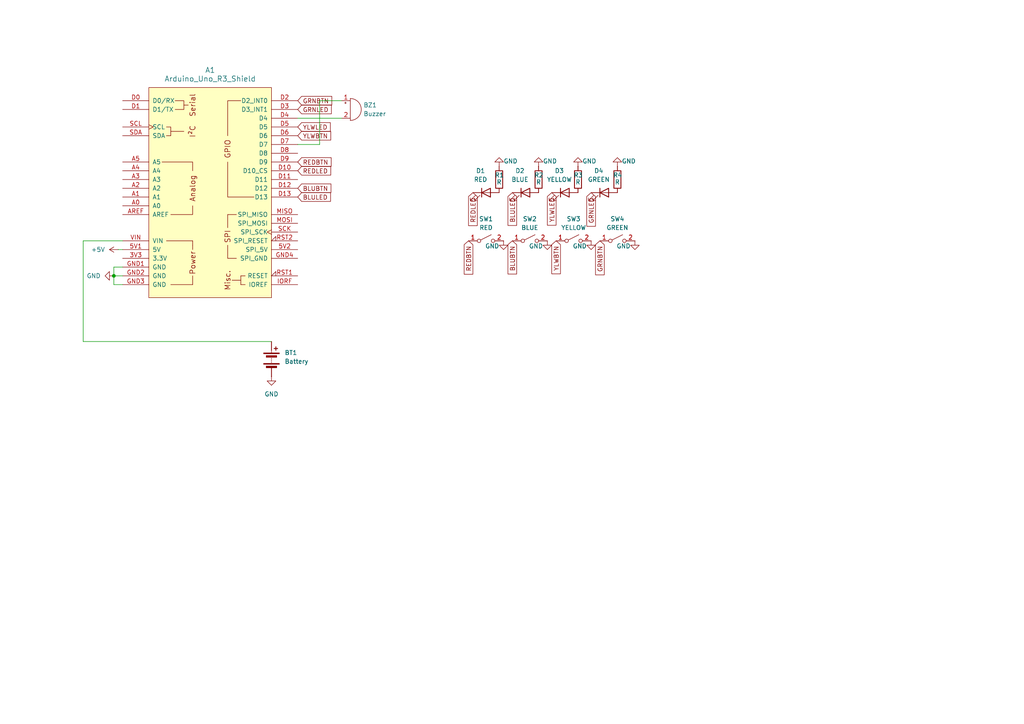
<source format=kicad_sch>
(kicad_sch
	(version 20250114)
	(generator "eeschema")
	(generator_version "9.0")
	(uuid "1a777f70-def6-456e-b06e-cd45607ccf5a")
	(paper "A4")
	(lib_symbols
		(symbol "Device:Battery"
			(pin_numbers
				(hide yes)
			)
			(pin_names
				(offset 0)
				(hide yes)
			)
			(exclude_from_sim no)
			(in_bom yes)
			(on_board yes)
			(property "Reference" "BT"
				(at 2.54 2.54 0)
				(effects
					(font
						(size 1.27 1.27)
					)
					(justify left)
				)
			)
			(property "Value" "Battery"
				(at 2.54 0 0)
				(effects
					(font
						(size 1.27 1.27)
					)
					(justify left)
				)
			)
			(property "Footprint" ""
				(at 0 1.524 90)
				(effects
					(font
						(size 1.27 1.27)
					)
					(hide yes)
				)
			)
			(property "Datasheet" "~"
				(at 0 1.524 90)
				(effects
					(font
						(size 1.27 1.27)
					)
					(hide yes)
				)
			)
			(property "Description" "Multiple-cell battery"
				(at 0 0 0)
				(effects
					(font
						(size 1.27 1.27)
					)
					(hide yes)
				)
			)
			(property "ki_keywords" "batt voltage-source cell"
				(at 0 0 0)
				(effects
					(font
						(size 1.27 1.27)
					)
					(hide yes)
				)
			)
			(symbol "Battery_0_1"
				(rectangle
					(start -2.286 1.778)
					(end 2.286 1.524)
					(stroke
						(width 0)
						(type default)
					)
					(fill
						(type outline)
					)
				)
				(rectangle
					(start -2.286 -1.27)
					(end 2.286 -1.524)
					(stroke
						(width 0)
						(type default)
					)
					(fill
						(type outline)
					)
				)
				(rectangle
					(start -1.524 1.016)
					(end 1.524 0.508)
					(stroke
						(width 0)
						(type default)
					)
					(fill
						(type outline)
					)
				)
				(rectangle
					(start -1.524 -2.032)
					(end 1.524 -2.54)
					(stroke
						(width 0)
						(type default)
					)
					(fill
						(type outline)
					)
				)
				(polyline
					(pts
						(xy 0 1.778) (xy 0 2.54)
					)
					(stroke
						(width 0)
						(type default)
					)
					(fill
						(type none)
					)
				)
				(polyline
					(pts
						(xy 0 0) (xy 0 0.254)
					)
					(stroke
						(width 0)
						(type default)
					)
					(fill
						(type none)
					)
				)
				(polyline
					(pts
						(xy 0 -0.508) (xy 0 -0.254)
					)
					(stroke
						(width 0)
						(type default)
					)
					(fill
						(type none)
					)
				)
				(polyline
					(pts
						(xy 0 -1.016) (xy 0 -0.762)
					)
					(stroke
						(width 0)
						(type default)
					)
					(fill
						(type none)
					)
				)
				(polyline
					(pts
						(xy 0.762 3.048) (xy 1.778 3.048)
					)
					(stroke
						(width 0.254)
						(type default)
					)
					(fill
						(type none)
					)
				)
				(polyline
					(pts
						(xy 1.27 3.556) (xy 1.27 2.54)
					)
					(stroke
						(width 0.254)
						(type default)
					)
					(fill
						(type none)
					)
				)
			)
			(symbol "Battery_1_1"
				(pin passive line
					(at 0 5.08 270)
					(length 2.54)
					(name "+"
						(effects
							(font
								(size 1.27 1.27)
							)
						)
					)
					(number "1"
						(effects
							(font
								(size 1.27 1.27)
							)
						)
					)
				)
				(pin passive line
					(at 0 -5.08 90)
					(length 2.54)
					(name "-"
						(effects
							(font
								(size 1.27 1.27)
							)
						)
					)
					(number "2"
						(effects
							(font
								(size 1.27 1.27)
							)
						)
					)
				)
			)
			(embedded_fonts no)
		)
		(symbol "Device:Buzzer"
			(pin_names
				(offset 0.0254)
				(hide yes)
			)
			(exclude_from_sim no)
			(in_bom yes)
			(on_board yes)
			(property "Reference" "BZ"
				(at 3.81 1.27 0)
				(effects
					(font
						(size 1.27 1.27)
					)
					(justify left)
				)
			)
			(property "Value" "Buzzer"
				(at 3.81 -1.27 0)
				(effects
					(font
						(size 1.27 1.27)
					)
					(justify left)
				)
			)
			(property "Footprint" ""
				(at -0.635 2.54 90)
				(effects
					(font
						(size 1.27 1.27)
					)
					(hide yes)
				)
			)
			(property "Datasheet" "~"
				(at -0.635 2.54 90)
				(effects
					(font
						(size 1.27 1.27)
					)
					(hide yes)
				)
			)
			(property "Description" "Buzzer, polarized"
				(at 0 0 0)
				(effects
					(font
						(size 1.27 1.27)
					)
					(hide yes)
				)
			)
			(property "ki_keywords" "quartz resonator ceramic"
				(at 0 0 0)
				(effects
					(font
						(size 1.27 1.27)
					)
					(hide yes)
				)
			)
			(property "ki_fp_filters" "*Buzzer*"
				(at 0 0 0)
				(effects
					(font
						(size 1.27 1.27)
					)
					(hide yes)
				)
			)
			(symbol "Buzzer_0_1"
				(polyline
					(pts
						(xy -1.651 1.905) (xy -1.143 1.905)
					)
					(stroke
						(width 0)
						(type default)
					)
					(fill
						(type none)
					)
				)
				(polyline
					(pts
						(xy -1.397 2.159) (xy -1.397 1.651)
					)
					(stroke
						(width 0)
						(type default)
					)
					(fill
						(type none)
					)
				)
				(arc
					(start 0 3.175)
					(mid 3.1612 0)
					(end 0 -3.175)
					(stroke
						(width 0)
						(type default)
					)
					(fill
						(type none)
					)
				)
				(polyline
					(pts
						(xy 0 3.175) (xy 0 -3.175)
					)
					(stroke
						(width 0)
						(type default)
					)
					(fill
						(type none)
					)
				)
			)
			(symbol "Buzzer_1_1"
				(pin passive line
					(at -2.54 2.54 0)
					(length 2.54)
					(name "+"
						(effects
							(font
								(size 1.27 1.27)
							)
						)
					)
					(number "1"
						(effects
							(font
								(size 1.27 1.27)
							)
						)
					)
				)
				(pin passive line
					(at -2.54 -2.54 0)
					(length 2.54)
					(name "-"
						(effects
							(font
								(size 1.27 1.27)
							)
						)
					)
					(number "2"
						(effects
							(font
								(size 1.27 1.27)
							)
						)
					)
				)
			)
			(embedded_fonts no)
		)
		(symbol "Device:LED"
			(pin_numbers
				(hide yes)
			)
			(pin_names
				(offset 1.016)
				(hide yes)
			)
			(exclude_from_sim no)
			(in_bom yes)
			(on_board yes)
			(property "Reference" "D"
				(at 0 2.54 0)
				(effects
					(font
						(size 1.27 1.27)
					)
				)
			)
			(property "Value" "LED"
				(at 0 -2.54 0)
				(effects
					(font
						(size 1.27 1.27)
					)
				)
			)
			(property "Footprint" ""
				(at 0 0 0)
				(effects
					(font
						(size 1.27 1.27)
					)
					(hide yes)
				)
			)
			(property "Datasheet" "~"
				(at 0 0 0)
				(effects
					(font
						(size 1.27 1.27)
					)
					(hide yes)
				)
			)
			(property "Description" "Light emitting diode"
				(at 0 0 0)
				(effects
					(font
						(size 1.27 1.27)
					)
					(hide yes)
				)
			)
			(property "Sim.Pins" "1=K 2=A"
				(at 0 0 0)
				(effects
					(font
						(size 1.27 1.27)
					)
					(hide yes)
				)
			)
			(property "ki_keywords" "LED diode"
				(at 0 0 0)
				(effects
					(font
						(size 1.27 1.27)
					)
					(hide yes)
				)
			)
			(property "ki_fp_filters" "LED* LED_SMD:* LED_THT:*"
				(at 0 0 0)
				(effects
					(font
						(size 1.27 1.27)
					)
					(hide yes)
				)
			)
			(symbol "LED_0_1"
				(polyline
					(pts
						(xy -3.048 -0.762) (xy -4.572 -2.286) (xy -3.81 -2.286) (xy -4.572 -2.286) (xy -4.572 -1.524)
					)
					(stroke
						(width 0)
						(type default)
					)
					(fill
						(type none)
					)
				)
				(polyline
					(pts
						(xy -1.778 -0.762) (xy -3.302 -2.286) (xy -2.54 -2.286) (xy -3.302 -2.286) (xy -3.302 -1.524)
					)
					(stroke
						(width 0)
						(type default)
					)
					(fill
						(type none)
					)
				)
				(polyline
					(pts
						(xy -1.27 0) (xy 1.27 0)
					)
					(stroke
						(width 0)
						(type default)
					)
					(fill
						(type none)
					)
				)
				(polyline
					(pts
						(xy -1.27 -1.27) (xy -1.27 1.27)
					)
					(stroke
						(width 0.254)
						(type default)
					)
					(fill
						(type none)
					)
				)
				(polyline
					(pts
						(xy 1.27 -1.27) (xy 1.27 1.27) (xy -1.27 0) (xy 1.27 -1.27)
					)
					(stroke
						(width 0.254)
						(type default)
					)
					(fill
						(type none)
					)
				)
			)
			(symbol "LED_1_1"
				(pin passive line
					(at -3.81 0 0)
					(length 2.54)
					(name "K"
						(effects
							(font
								(size 1.27 1.27)
							)
						)
					)
					(number "1"
						(effects
							(font
								(size 1.27 1.27)
							)
						)
					)
				)
				(pin passive line
					(at 3.81 0 180)
					(length 2.54)
					(name "A"
						(effects
							(font
								(size 1.27 1.27)
							)
						)
					)
					(number "2"
						(effects
							(font
								(size 1.27 1.27)
							)
						)
					)
				)
			)
			(embedded_fonts no)
		)
		(symbol "Device:R"
			(pin_numbers
				(hide yes)
			)
			(pin_names
				(offset 0)
			)
			(exclude_from_sim no)
			(in_bom yes)
			(on_board yes)
			(property "Reference" "R"
				(at 2.032 0 90)
				(effects
					(font
						(size 1.27 1.27)
					)
				)
			)
			(property "Value" "R"
				(at 0 0 90)
				(effects
					(font
						(size 1.27 1.27)
					)
				)
			)
			(property "Footprint" ""
				(at -1.778 0 90)
				(effects
					(font
						(size 1.27 1.27)
					)
					(hide yes)
				)
			)
			(property "Datasheet" "~"
				(at 0 0 0)
				(effects
					(font
						(size 1.27 1.27)
					)
					(hide yes)
				)
			)
			(property "Description" "Resistor"
				(at 0 0 0)
				(effects
					(font
						(size 1.27 1.27)
					)
					(hide yes)
				)
			)
			(property "ki_keywords" "R res resistor"
				(at 0 0 0)
				(effects
					(font
						(size 1.27 1.27)
					)
					(hide yes)
				)
			)
			(property "ki_fp_filters" "R_*"
				(at 0 0 0)
				(effects
					(font
						(size 1.27 1.27)
					)
					(hide yes)
				)
			)
			(symbol "R_0_1"
				(rectangle
					(start -1.016 -2.54)
					(end 1.016 2.54)
					(stroke
						(width 0.254)
						(type default)
					)
					(fill
						(type none)
					)
				)
			)
			(symbol "R_1_1"
				(pin passive line
					(at 0 3.81 270)
					(length 1.27)
					(name "~"
						(effects
							(font
								(size 1.27 1.27)
							)
						)
					)
					(number "1"
						(effects
							(font
								(size 1.27 1.27)
							)
						)
					)
				)
				(pin passive line
					(at 0 -3.81 90)
					(length 1.27)
					(name "~"
						(effects
							(font
								(size 1.27 1.27)
							)
						)
					)
					(number "2"
						(effects
							(font
								(size 1.27 1.27)
							)
						)
					)
				)
			)
			(embedded_fonts no)
		)
		(symbol "PCM_arduino-library:Arduino_Uno_R3_Shield"
			(pin_names
				(offset 1.016)
			)
			(exclude_from_sim no)
			(in_bom yes)
			(on_board yes)
			(property "Reference" "A"
				(at 0 36.83 0)
				(effects
					(font
						(size 1.524 1.524)
					)
				)
			)
			(property "Value" "Arduino_Uno_R3_Shield"
				(at 0 33.02 0)
				(effects
					(font
						(size 1.524 1.524)
					)
				)
			)
			(property "Footprint" "PCM_arduino-library:Arduino_Uno_R3_Shield"
				(at 0 -38.1 0)
				(effects
					(font
						(size 1.524 1.524)
					)
					(hide yes)
				)
			)
			(property "Datasheet" "https://docs.arduino.cc/hardware/uno-rev3"
				(at 0 -34.29 0)
				(effects
					(font
						(size 1.524 1.524)
					)
					(hide yes)
				)
			)
			(property "Description" "Shield for Arduino Uno R3"
				(at 0 0 0)
				(effects
					(font
						(size 1.27 1.27)
					)
					(hide yes)
				)
			)
			(property "ki_keywords" "Arduino MPU Shield"
				(at 0 0 0)
				(effects
					(font
						(size 1.27 1.27)
					)
					(hide yes)
				)
			)
			(property "ki_fp_filters" "Arduino_Uno_R3_Shield"
				(at 0 0 0)
				(effects
					(font
						(size 1.27 1.27)
					)
					(hide yes)
				)
			)
			(symbol "Arduino_Uno_R3_Shield_0_0"
				(rectangle
					(start -17.78 30.48)
					(end 17.78 -30.48)
					(stroke
						(width 0)
						(type default)
					)
					(fill
						(type background)
					)
				)
				(polyline
					(pts
						(xy -12.7 19.05) (xy -11.43 19.05) (xy -11.43 16.51) (xy -12.7 16.51)
					)
					(stroke
						(width 0)
						(type default)
					)
					(fill
						(type none)
					)
				)
				(rectangle
					(start -12.7 -13.97)
					(end -5.08 -13.97)
					(stroke
						(width 0)
						(type default)
					)
					(fill
						(type none)
					)
				)
				(polyline
					(pts
						(xy -11.43 17.78) (xy -7.62 17.78)
					)
					(stroke
						(width 0)
						(type default)
					)
					(fill
						(type none)
					)
				)
				(rectangle
					(start -11.43 -26.67)
					(end -5.08 -26.67)
					(stroke
						(width 0)
						(type default)
					)
					(fill
						(type none)
					)
				)
				(polyline
					(pts
						(xy -10.16 26.67) (xy -7.62 26.67) (xy -7.62 24.13) (xy -10.16 24.13)
					)
					(stroke
						(width 0)
						(type default)
					)
					(fill
						(type none)
					)
				)
				(polyline
					(pts
						(xy -7.62 25.4) (xy -6.35 25.4)
					)
					(stroke
						(width 0)
						(type default)
					)
					(fill
						(type none)
					)
				)
				(polyline
					(pts
						(xy -5.08 6.35) (xy -5.08 8.89) (xy -13.97 8.89)
					)
					(stroke
						(width 0)
						(type default)
					)
					(fill
						(type none)
					)
				)
				(polyline
					(pts
						(xy -5.08 -3.81) (xy -5.08 -6.35) (xy -11.43 -6.35)
					)
					(stroke
						(width 0)
						(type default)
					)
					(fill
						(type none)
					)
				)
				(polyline
					(pts
						(xy -5.08 -13.97) (xy -5.08 -15.24)
					)
					(stroke
						(width 0)
						(type default)
					)
					(fill
						(type none)
					)
				)
				(polyline
					(pts
						(xy -5.08 -15.24) (xy -5.08 -16.51)
					)
					(stroke
						(width 0)
						(type default)
					)
					(fill
						(type none)
					)
				)
				(polyline
					(pts
						(xy -5.08 -26.67) (xy -5.08 -24.13)
					)
					(stroke
						(width 0)
						(type default)
					)
					(fill
						(type none)
					)
				)
				(polyline
					(pts
						(xy 5.08 16.51) (xy 5.08 26.67) (xy 8.89 26.67)
					)
					(stroke
						(width 0)
						(type default)
					)
					(fill
						(type none)
					)
				)
				(polyline
					(pts
						(xy 5.08 8.89) (xy 5.08 -1.27) (xy 12.7 -1.27)
					)
					(stroke
						(width 0)
						(type default)
					)
					(fill
						(type none)
					)
				)
				(rectangle
					(start 5.08 -10.16)
					(end 5.08 -6.35)
					(stroke
						(width 0)
						(type default)
					)
					(fill
						(type none)
					)
				)
				(rectangle
					(start 5.08 -19.05)
					(end 5.08 -15.24)
					(stroke
						(width 0)
						(type default)
					)
					(fill
						(type none)
					)
				)
				(rectangle
					(start 5.08 -19.05)
					(end 7.62 -19.05)
					(stroke
						(width 0)
						(type default)
					)
					(fill
						(type none)
					)
				)
				(rectangle
					(start 7.62 -6.35)
					(end 5.08 -6.35)
					(stroke
						(width 0)
						(type default)
					)
					(fill
						(type none)
					)
				)
				(rectangle
					(start 8.89 -24.13)
					(end 8.89 -26.67)
					(stroke
						(width 0)
						(type default)
					)
					(fill
						(type none)
					)
				)
				(rectangle
					(start 8.89 -25.4)
					(end 6.35 -25.4)
					(stroke
						(width 0)
						(type default)
					)
					(fill
						(type none)
					)
				)
				(rectangle
					(start 10.16 -24.13)
					(end 8.89 -24.13)
					(stroke
						(width 0)
						(type default)
					)
					(fill
						(type none)
					)
				)
				(rectangle
					(start 10.16 -26.67)
					(end 8.89 -26.67)
					(stroke
						(width 0)
						(type default)
					)
					(fill
						(type none)
					)
				)
				(text "Serial"
					(at -5.08 25.4 900)
					(effects
						(font
							(size 1.524 1.524)
						)
					)
				)
				(text "I²C"
					(at -5.08 17.78 900)
					(effects
						(font
							(size 1.524 1.524)
						)
					)
				)
				(text "Analog"
					(at -5.08 1.27 900)
					(effects
						(font
							(size 1.524 1.524)
						)
					)
				)
				(text "Power"
					(at -5.08 -20.32 900)
					(effects
						(font
							(size 1.524 1.524)
						)
					)
				)
				(text "SPI"
					(at 5.08 -12.7 900)
					(effects
						(font
							(size 1.524 1.524)
						)
					)
				)
				(text "Misc."
					(at 5.08 -25.4 900)
					(effects
						(font
							(size 1.524 1.524)
						)
					)
				)
			)
			(symbol "Arduino_Uno_R3_Shield_1_0"
				(text "GPIO"
					(at 5.08 12.7 900)
					(effects
						(font
							(size 1.524 1.524)
						)
					)
				)
			)
			(symbol "Arduino_Uno_R3_Shield_1_1"
				(pin bidirectional line
					(at -25.4 26.67 0)
					(length 7.62)
					(name "D0/RX"
						(effects
							(font
								(size 1.27 1.27)
							)
						)
					)
					(number "D0"
						(effects
							(font
								(size 1.27 1.27)
							)
						)
					)
				)
				(pin bidirectional line
					(at -25.4 24.13 0)
					(length 7.62)
					(name "D1/TX"
						(effects
							(font
								(size 1.27 1.27)
							)
						)
					)
					(number "D1"
						(effects
							(font
								(size 1.27 1.27)
							)
						)
					)
				)
				(pin bidirectional clock
					(at -25.4 19.05 0)
					(length 7.62)
					(name "SCL"
						(effects
							(font
								(size 1.27 1.27)
							)
						)
					)
					(number "SCL"
						(effects
							(font
								(size 1.27 1.27)
							)
						)
					)
				)
				(pin bidirectional line
					(at -25.4 16.51 0)
					(length 7.62)
					(name "SDA"
						(effects
							(font
								(size 1.27 1.27)
							)
						)
					)
					(number "SDA"
						(effects
							(font
								(size 1.27 1.27)
							)
						)
					)
				)
				(pin bidirectional line
					(at -25.4 8.89 0)
					(length 7.62)
					(name "A5"
						(effects
							(font
								(size 1.27 1.27)
							)
						)
					)
					(number "A5"
						(effects
							(font
								(size 1.27 1.27)
							)
						)
					)
				)
				(pin bidirectional line
					(at -25.4 6.35 0)
					(length 7.62)
					(name "A4"
						(effects
							(font
								(size 1.27 1.27)
							)
						)
					)
					(number "A4"
						(effects
							(font
								(size 1.27 1.27)
							)
						)
					)
				)
				(pin bidirectional line
					(at -25.4 3.81 0)
					(length 7.62)
					(name "A3"
						(effects
							(font
								(size 1.27 1.27)
							)
						)
					)
					(number "A3"
						(effects
							(font
								(size 1.27 1.27)
							)
						)
					)
				)
				(pin bidirectional line
					(at -25.4 1.27 0)
					(length 7.62)
					(name "A2"
						(effects
							(font
								(size 1.27 1.27)
							)
						)
					)
					(number "A2"
						(effects
							(font
								(size 1.27 1.27)
							)
						)
					)
				)
				(pin bidirectional line
					(at -25.4 -1.27 0)
					(length 7.62)
					(name "A1"
						(effects
							(font
								(size 1.27 1.27)
							)
						)
					)
					(number "A1"
						(effects
							(font
								(size 1.27 1.27)
							)
						)
					)
				)
				(pin bidirectional line
					(at -25.4 -3.81 0)
					(length 7.62)
					(name "A0"
						(effects
							(font
								(size 1.27 1.27)
							)
						)
					)
					(number "A0"
						(effects
							(font
								(size 1.27 1.27)
							)
						)
					)
				)
				(pin input line
					(at -25.4 -6.35 0)
					(length 7.62)
					(name "AREF"
						(effects
							(font
								(size 1.27 1.27)
							)
						)
					)
					(number "AREF"
						(effects
							(font
								(size 1.27 1.27)
							)
						)
					)
				)
				(pin power_in line
					(at -25.4 -13.97 0)
					(length 7.62)
					(name "VIN"
						(effects
							(font
								(size 1.27 1.27)
							)
						)
					)
					(number "VIN"
						(effects
							(font
								(size 1.27 1.27)
							)
						)
					)
				)
				(pin power_in line
					(at -25.4 -16.51 0)
					(length 7.62)
					(name "5V"
						(effects
							(font
								(size 1.27 1.27)
							)
						)
					)
					(number "5V1"
						(effects
							(font
								(size 1.27 1.27)
							)
						)
					)
				)
				(pin power_out line
					(at -25.4 -19.05 0)
					(length 7.62)
					(name "3.3V"
						(effects
							(font
								(size 1.27 1.27)
							)
						)
					)
					(number "3V3"
						(effects
							(font
								(size 1.27 1.27)
							)
						)
					)
				)
				(pin power_in line
					(at -25.4 -21.59 0)
					(length 7.62)
					(name "GND"
						(effects
							(font
								(size 1.27 1.27)
							)
						)
					)
					(number "GND1"
						(effects
							(font
								(size 1.27 1.27)
							)
						)
					)
				)
				(pin power_in line
					(at -25.4 -24.13 0)
					(length 7.62)
					(name "GND"
						(effects
							(font
								(size 1.27 1.27)
							)
						)
					)
					(number "GND2"
						(effects
							(font
								(size 1.27 1.27)
							)
						)
					)
				)
				(pin power_in line
					(at -25.4 -26.67 0)
					(length 7.62)
					(name "GND"
						(effects
							(font
								(size 1.27 1.27)
							)
						)
					)
					(number "GND3"
						(effects
							(font
								(size 1.27 1.27)
							)
						)
					)
				)
				(pin bidirectional line
					(at 25.4 26.67 180)
					(length 7.62)
					(name "D2_INT0"
						(effects
							(font
								(size 1.27 1.27)
							)
						)
					)
					(number "D2"
						(effects
							(font
								(size 1.27 1.27)
							)
						)
					)
				)
				(pin bidirectional line
					(at 25.4 24.13 180)
					(length 7.62)
					(name "D3_INT1"
						(effects
							(font
								(size 1.27 1.27)
							)
						)
					)
					(number "D3"
						(effects
							(font
								(size 1.27 1.27)
							)
						)
					)
				)
				(pin bidirectional line
					(at 25.4 21.59 180)
					(length 7.62)
					(name "D4"
						(effects
							(font
								(size 1.27 1.27)
							)
						)
					)
					(number "D4"
						(effects
							(font
								(size 1.27 1.27)
							)
						)
					)
				)
				(pin bidirectional line
					(at 25.4 19.05 180)
					(length 7.62)
					(name "D5"
						(effects
							(font
								(size 1.27 1.27)
							)
						)
					)
					(number "D5"
						(effects
							(font
								(size 1.27 1.27)
							)
						)
					)
				)
				(pin bidirectional line
					(at 25.4 16.51 180)
					(length 7.62)
					(name "D6"
						(effects
							(font
								(size 1.27 1.27)
							)
						)
					)
					(number "D6"
						(effects
							(font
								(size 1.27 1.27)
							)
						)
					)
				)
				(pin bidirectional line
					(at 25.4 13.97 180)
					(length 7.62)
					(name "D7"
						(effects
							(font
								(size 1.27 1.27)
							)
						)
					)
					(number "D7"
						(effects
							(font
								(size 1.27 1.27)
							)
						)
					)
				)
				(pin bidirectional line
					(at 25.4 11.43 180)
					(length 7.62)
					(name "D8"
						(effects
							(font
								(size 1.27 1.27)
							)
						)
					)
					(number "D8"
						(effects
							(font
								(size 1.27 1.27)
							)
						)
					)
				)
				(pin bidirectional line
					(at 25.4 8.89 180)
					(length 7.62)
					(name "D9"
						(effects
							(font
								(size 1.27 1.27)
							)
						)
					)
					(number "D9"
						(effects
							(font
								(size 1.27 1.27)
							)
						)
					)
				)
				(pin bidirectional line
					(at 25.4 6.35 180)
					(length 7.62)
					(name "D10_CS"
						(effects
							(font
								(size 1.27 1.27)
							)
						)
					)
					(number "D10"
						(effects
							(font
								(size 1.27 1.27)
							)
						)
					)
				)
				(pin bidirectional line
					(at 25.4 3.81 180)
					(length 7.62)
					(name "D11"
						(effects
							(font
								(size 1.27 1.27)
							)
						)
					)
					(number "D11"
						(effects
							(font
								(size 1.27 1.27)
							)
						)
					)
				)
				(pin bidirectional line
					(at 25.4 1.27 180)
					(length 7.62)
					(name "D12"
						(effects
							(font
								(size 1.27 1.27)
							)
						)
					)
					(number "D12"
						(effects
							(font
								(size 1.27 1.27)
							)
						)
					)
				)
				(pin bidirectional line
					(at 25.4 -1.27 180)
					(length 7.62)
					(name "D13"
						(effects
							(font
								(size 1.27 1.27)
							)
						)
					)
					(number "D13"
						(effects
							(font
								(size 1.27 1.27)
							)
						)
					)
				)
				(pin input line
					(at 25.4 -6.35 180)
					(length 7.62)
					(name "SPI_MISO"
						(effects
							(font
								(size 1.27 1.27)
							)
						)
					)
					(number "MISO"
						(effects
							(font
								(size 1.27 1.27)
							)
						)
					)
				)
				(pin output line
					(at 25.4 -8.89 180)
					(length 7.62)
					(name "SPI_MOSI"
						(effects
							(font
								(size 1.27 1.27)
							)
						)
					)
					(number "MOSI"
						(effects
							(font
								(size 1.27 1.27)
							)
						)
					)
				)
				(pin output clock
					(at 25.4 -11.43 180)
					(length 7.62)
					(name "SPI_SCK"
						(effects
							(font
								(size 1.27 1.27)
							)
						)
					)
					(number "SCK"
						(effects
							(font
								(size 1.27 1.27)
							)
						)
					)
				)
				(pin open_collector input_low
					(at 25.4 -13.97 180)
					(length 7.62)
					(name "SPI_RESET"
						(effects
							(font
								(size 1.27 1.27)
							)
						)
					)
					(number "RST2"
						(effects
							(font
								(size 1.27 1.27)
							)
						)
					)
				)
				(pin power_in line
					(at 25.4 -16.51 180)
					(length 7.62)
					(name "SPI_5V"
						(effects
							(font
								(size 1.27 1.27)
							)
						)
					)
					(number "5V2"
						(effects
							(font
								(size 1.27 1.27)
							)
						)
					)
				)
				(pin power_in line
					(at 25.4 -19.05 180)
					(length 7.62)
					(name "SPI_GND"
						(effects
							(font
								(size 1.27 1.27)
							)
						)
					)
					(number "GND4"
						(effects
							(font
								(size 1.27 1.27)
							)
						)
					)
				)
				(pin open_collector input_low
					(at 25.4 -24.13 180)
					(length 7.62)
					(name "RESET"
						(effects
							(font
								(size 1.27 1.27)
							)
						)
					)
					(number "RST1"
						(effects
							(font
								(size 1.27 1.27)
							)
						)
					)
				)
				(pin output line
					(at 25.4 -26.67 180)
					(length 7.62)
					(name "IOREF"
						(effects
							(font
								(size 1.27 1.27)
							)
						)
					)
					(number "IORF"
						(effects
							(font
								(size 1.27 1.27)
							)
						)
					)
				)
			)
			(embedded_fonts no)
		)
		(symbol "Switch:SW_SPST"
			(pin_names
				(offset 0)
				(hide yes)
			)
			(exclude_from_sim no)
			(in_bom yes)
			(on_board yes)
			(property "Reference" "SW"
				(at 0 3.175 0)
				(effects
					(font
						(size 1.27 1.27)
					)
				)
			)
			(property "Value" "SW_SPST"
				(at 0 -2.54 0)
				(effects
					(font
						(size 1.27 1.27)
					)
				)
			)
			(property "Footprint" ""
				(at 0 0 0)
				(effects
					(font
						(size 1.27 1.27)
					)
					(hide yes)
				)
			)
			(property "Datasheet" "~"
				(at 0 0 0)
				(effects
					(font
						(size 1.27 1.27)
					)
					(hide yes)
				)
			)
			(property "Description" "Single Pole Single Throw (SPST) switch"
				(at 0 0 0)
				(effects
					(font
						(size 1.27 1.27)
					)
					(hide yes)
				)
			)
			(property "ki_keywords" "switch lever"
				(at 0 0 0)
				(effects
					(font
						(size 1.27 1.27)
					)
					(hide yes)
				)
			)
			(symbol "SW_SPST_0_0"
				(circle
					(center -2.032 0)
					(radius 0.508)
					(stroke
						(width 0)
						(type default)
					)
					(fill
						(type none)
					)
				)
				(polyline
					(pts
						(xy -1.524 0.254) (xy 1.524 1.778)
					)
					(stroke
						(width 0)
						(type default)
					)
					(fill
						(type none)
					)
				)
				(circle
					(center 2.032 0)
					(radius 0.508)
					(stroke
						(width 0)
						(type default)
					)
					(fill
						(type none)
					)
				)
			)
			(symbol "SW_SPST_1_1"
				(pin passive line
					(at -5.08 0 0)
					(length 2.54)
					(name "A"
						(effects
							(font
								(size 1.27 1.27)
							)
						)
					)
					(number "1"
						(effects
							(font
								(size 1.27 1.27)
							)
						)
					)
				)
				(pin passive line
					(at 5.08 0 180)
					(length 2.54)
					(name "B"
						(effects
							(font
								(size 1.27 1.27)
							)
						)
					)
					(number "2"
						(effects
							(font
								(size 1.27 1.27)
							)
						)
					)
				)
			)
			(embedded_fonts no)
		)
		(symbol "power:+5V"
			(power)
			(pin_numbers
				(hide yes)
			)
			(pin_names
				(offset 0)
				(hide yes)
			)
			(exclude_from_sim no)
			(in_bom yes)
			(on_board yes)
			(property "Reference" "#PWR"
				(at 0 -3.81 0)
				(effects
					(font
						(size 1.27 1.27)
					)
					(hide yes)
				)
			)
			(property "Value" "+5V"
				(at 0 3.556 0)
				(effects
					(font
						(size 1.27 1.27)
					)
				)
			)
			(property "Footprint" ""
				(at 0 0 0)
				(effects
					(font
						(size 1.27 1.27)
					)
					(hide yes)
				)
			)
			(property "Datasheet" ""
				(at 0 0 0)
				(effects
					(font
						(size 1.27 1.27)
					)
					(hide yes)
				)
			)
			(property "Description" "Power symbol creates a global label with name \"+5V\""
				(at 0 0 0)
				(effects
					(font
						(size 1.27 1.27)
					)
					(hide yes)
				)
			)
			(property "ki_keywords" "global power"
				(at 0 0 0)
				(effects
					(font
						(size 1.27 1.27)
					)
					(hide yes)
				)
			)
			(symbol "+5V_0_1"
				(polyline
					(pts
						(xy -0.762 1.27) (xy 0 2.54)
					)
					(stroke
						(width 0)
						(type default)
					)
					(fill
						(type none)
					)
				)
				(polyline
					(pts
						(xy 0 2.54) (xy 0.762 1.27)
					)
					(stroke
						(width 0)
						(type default)
					)
					(fill
						(type none)
					)
				)
				(polyline
					(pts
						(xy 0 0) (xy 0 2.54)
					)
					(stroke
						(width 0)
						(type default)
					)
					(fill
						(type none)
					)
				)
			)
			(symbol "+5V_1_1"
				(pin power_in line
					(at 0 0 90)
					(length 0)
					(name "~"
						(effects
							(font
								(size 1.27 1.27)
							)
						)
					)
					(number "1"
						(effects
							(font
								(size 1.27 1.27)
							)
						)
					)
				)
			)
			(embedded_fonts no)
		)
		(symbol "power:GND"
			(power)
			(pin_numbers
				(hide yes)
			)
			(pin_names
				(offset 0)
				(hide yes)
			)
			(exclude_from_sim no)
			(in_bom yes)
			(on_board yes)
			(property "Reference" "#PWR"
				(at 0 -6.35 0)
				(effects
					(font
						(size 1.27 1.27)
					)
					(hide yes)
				)
			)
			(property "Value" "GND"
				(at 0 -3.81 0)
				(effects
					(font
						(size 1.27 1.27)
					)
				)
			)
			(property "Footprint" ""
				(at 0 0 0)
				(effects
					(font
						(size 1.27 1.27)
					)
					(hide yes)
				)
			)
			(property "Datasheet" ""
				(at 0 0 0)
				(effects
					(font
						(size 1.27 1.27)
					)
					(hide yes)
				)
			)
			(property "Description" "Power symbol creates a global label with name \"GND\" , ground"
				(at 0 0 0)
				(effects
					(font
						(size 1.27 1.27)
					)
					(hide yes)
				)
			)
			(property "ki_keywords" "global power"
				(at 0 0 0)
				(effects
					(font
						(size 1.27 1.27)
					)
					(hide yes)
				)
			)
			(symbol "GND_0_1"
				(polyline
					(pts
						(xy 0 0) (xy 0 -1.27) (xy 1.27 -1.27) (xy 0 -2.54) (xy -1.27 -1.27) (xy 0 -1.27)
					)
					(stroke
						(width 0)
						(type default)
					)
					(fill
						(type none)
					)
				)
			)
			(symbol "GND_1_1"
				(pin power_in line
					(at 0 0 270)
					(length 0)
					(name "~"
						(effects
							(font
								(size 1.27 1.27)
							)
						)
					)
					(number "1"
						(effects
							(font
								(size 1.27 1.27)
							)
						)
					)
				)
			)
			(embedded_fonts no)
		)
	)
	(junction
		(at 33.02 80.01)
		(diameter 0)
		(color 0 0 0 0)
		(uuid "6a37bda6-86c2-4b13-981f-3d5e120bd8ea")
	)
	(wire
		(pts
			(xy 86.36 34.29) (xy 99.06 34.29)
		)
		(stroke
			(width 0)
			(type default)
		)
		(uuid "0b1c785a-d627-48f1-a4a7-d63a94309e3f")
	)
	(wire
		(pts
			(xy 33.02 82.55) (xy 33.02 80.01)
		)
		(stroke
			(width 0)
			(type default)
		)
		(uuid "0cafd830-6d0b-4d05-90ce-b26cbae54b13")
	)
	(wire
		(pts
			(xy 99.06 29.21) (xy 92.71 29.21)
		)
		(stroke
			(width 0)
			(type default)
		)
		(uuid "1ba07427-a0ea-423c-8aeb-c8b2162e076a")
	)
	(wire
		(pts
			(xy 35.56 77.47) (xy 33.02 77.47)
		)
		(stroke
			(width 0)
			(type default)
		)
		(uuid "3021dd53-5157-42d4-892c-b5581e8c8d46")
	)
	(wire
		(pts
			(xy 33.02 80.01) (xy 35.56 80.01)
		)
		(stroke
			(width 0)
			(type default)
		)
		(uuid "390d742a-f6c5-4aab-898f-253b43b69201")
	)
	(wire
		(pts
			(xy 35.56 82.55) (xy 33.02 82.55)
		)
		(stroke
			(width 0)
			(type default)
		)
		(uuid "4c8fda59-e56d-4b65-96a2-466670948aad")
	)
	(wire
		(pts
			(xy 92.71 29.21) (xy 92.71 41.91)
		)
		(stroke
			(width 0)
			(type default)
		)
		(uuid "53a4bfd5-5419-4672-8071-bf8dd7f68ee2")
	)
	(wire
		(pts
			(xy 24.13 99.06) (xy 24.13 69.85)
		)
		(stroke
			(width 0)
			(type default)
		)
		(uuid "5c933fe7-0e3b-4bf0-95f1-053e41e4dfcd")
	)
	(wire
		(pts
			(xy 34.29 72.39) (xy 35.56 72.39)
		)
		(stroke
			(width 0)
			(type default)
		)
		(uuid "78ce78cd-defb-464e-ae51-9b4a39307a65")
	)
	(wire
		(pts
			(xy 78.74 99.06) (xy 24.13 99.06)
		)
		(stroke
			(width 0)
			(type default)
		)
		(uuid "7a7cc278-c843-4a06-990b-042b389b2022")
	)
	(wire
		(pts
			(xy 33.02 77.47) (xy 33.02 80.01)
		)
		(stroke
			(width 0)
			(type default)
		)
		(uuid "7ebe1937-0905-4e0f-948a-2f4584b006b9")
	)
	(wire
		(pts
			(xy 92.71 41.91) (xy 86.36 41.91)
		)
		(stroke
			(width 0)
			(type default)
		)
		(uuid "88117e1c-c1ec-4f1c-a15e-c3e83878cd1b")
	)
	(wire
		(pts
			(xy 24.13 69.85) (xy 35.56 69.85)
		)
		(stroke
			(width 0)
			(type default)
		)
		(uuid "f15d1267-69db-4801-a7af-36cca865d61d")
	)
	(global_label "REDBTN"
		(shape input)
		(at 135.89 69.85 270)
		(fields_autoplaced yes)
		(effects
			(font
				(size 1.27 1.27)
			)
			(justify right)
		)
		(uuid "26b2eb23-a994-456f-8175-9340de33e3d0")
		(property "Intersheetrefs" "${INTERSHEET_REFS}"
			(at 135.89 80.0923 90)
			(effects
				(font
					(size 1.27 1.27)
				)
				(justify right)
				(hide yes)
			)
		)
	)
	(global_label "REDLED"
		(shape input)
		(at 86.36 49.53 0)
		(fields_autoplaced yes)
		(effects
			(font
				(size 1.27 1.27)
			)
			(justify left)
		)
		(uuid "28e30e5e-6649-4007-a7e0-8bb34719ac21")
		(property "Intersheetrefs" "${INTERSHEET_REFS}"
			(at 96.4813 49.53 0)
			(effects
				(font
					(size 1.27 1.27)
				)
				(justify left)
				(hide yes)
			)
		)
	)
	(global_label "BLULED"
		(shape input)
		(at 86.36 57.15 0)
		(fields_autoplaced yes)
		(effects
			(font
				(size 1.27 1.27)
			)
			(justify left)
		)
		(uuid "2b432987-f352-4dad-80a7-4f06c0556f33")
		(property "Intersheetrefs" "${INTERSHEET_REFS}"
			(at 96.4209 57.15 0)
			(effects
				(font
					(size 1.27 1.27)
				)
				(justify left)
				(hide yes)
			)
		)
	)
	(global_label "REDLED"
		(shape input)
		(at 137.16 55.88 270)
		(fields_autoplaced yes)
		(effects
			(font
				(size 1.27 1.27)
			)
			(justify right)
		)
		(uuid "3bf35c43-6413-4d18-9435-ccac5554ce42")
		(property "Intersheetrefs" "${INTERSHEET_REFS}"
			(at 137.16 66.0013 90)
			(effects
				(font
					(size 1.27 1.27)
				)
				(justify right)
				(hide yes)
			)
		)
	)
	(global_label "YLWBTN"
		(shape input)
		(at 86.36 39.37 0)
		(fields_autoplaced yes)
		(effects
			(font
				(size 1.27 1.27)
			)
			(justify left)
		)
		(uuid "3d91287c-059b-40d7-9a12-c410da700f9e")
		(property "Intersheetrefs" "${INTERSHEET_REFS}"
			(at 96.4814 39.37 0)
			(effects
				(font
					(size 1.27 1.27)
				)
				(justify left)
				(hide yes)
			)
		)
	)
	(global_label "YLWLED"
		(shape input)
		(at 160.02 55.88 270)
		(fields_autoplaced yes)
		(effects
			(font
				(size 1.27 1.27)
			)
			(justify right)
		)
		(uuid "6d137c25-4927-493b-94d1-056339872e33")
		(property "Intersheetrefs" "${INTERSHEET_REFS}"
			(at 160.02 65.8804 90)
			(effects
				(font
					(size 1.27 1.27)
				)
				(justify right)
				(hide yes)
			)
		)
	)
	(global_label "REDBTN"
		(shape input)
		(at 86.36 46.99 0)
		(fields_autoplaced yes)
		(effects
			(font
				(size 1.27 1.27)
			)
			(justify left)
		)
		(uuid "71d5acfb-342d-40de-94b0-7e7c491eb961")
		(property "Intersheetrefs" "${INTERSHEET_REFS}"
			(at 96.6023 46.99 0)
			(effects
				(font
					(size 1.27 1.27)
				)
				(justify left)
				(hide yes)
			)
		)
	)
	(global_label "GRNLED"
		(shape input)
		(at 86.36 31.75 0)
		(fields_autoplaced yes)
		(effects
			(font
				(size 1.27 1.27)
			)
			(justify left)
		)
		(uuid "939171f9-4c30-4c50-9157-c8c53f07d23a")
		(property "Intersheetrefs" "${INTERSHEET_REFS}"
			(at 96.6628 31.75 0)
			(effects
				(font
					(size 1.27 1.27)
				)
				(justify left)
				(hide yes)
			)
		)
	)
	(global_label "BLULED"
		(shape input)
		(at 148.59 55.88 270)
		(fields_autoplaced yes)
		(effects
			(font
				(size 1.27 1.27)
			)
			(justify right)
		)
		(uuid "ad5c4dc4-1321-42eb-9a23-af900f644528")
		(property "Intersheetrefs" "${INTERSHEET_REFS}"
			(at 148.59 65.9409 90)
			(effects
				(font
					(size 1.27 1.27)
				)
				(justify right)
				(hide yes)
			)
		)
	)
	(global_label "YLWBTN"
		(shape input)
		(at 161.29 69.85 270)
		(fields_autoplaced yes)
		(effects
			(font
				(size 1.27 1.27)
			)
			(justify right)
		)
		(uuid "b80f90c7-85b4-477b-a6bc-a69fd9e5c110")
		(property "Intersheetrefs" "${INTERSHEET_REFS}"
			(at 161.29 79.9714 90)
			(effects
				(font
					(size 1.27 1.27)
				)
				(justify right)
				(hide yes)
			)
		)
	)
	(global_label "GRNBTN"
		(shape input)
		(at 173.99 69.85 270)
		(fields_autoplaced yes)
		(effects
			(font
				(size 1.27 1.27)
			)
			(justify right)
		)
		(uuid "bdda64ea-81ab-42c3-be01-d81cd794356d")
		(property "Intersheetrefs" "${INTERSHEET_REFS}"
			(at 173.99 80.2738 90)
			(effects
				(font
					(size 1.27 1.27)
				)
				(justify right)
				(hide yes)
			)
		)
	)
	(global_label "YLWLED"
		(shape input)
		(at 86.36 36.83 0)
		(fields_autoplaced yes)
		(effects
			(font
				(size 1.27 1.27)
			)
			(justify left)
		)
		(uuid "d727f23f-1693-46e9-994c-bbde49d4e2d3")
		(property "Intersheetrefs" "${INTERSHEET_REFS}"
			(at 96.3604 36.83 0)
			(effects
				(font
					(size 1.27 1.27)
				)
				(justify left)
				(hide yes)
			)
		)
	)
	(global_label "GRNBTN"
		(shape input)
		(at 86.36 29.21 0)
		(fields_autoplaced yes)
		(effects
			(font
				(size 1.27 1.27)
			)
			(justify left)
		)
		(uuid "d7fe4589-aaed-41dc-9563-74ddf5a714d7")
		(property "Intersheetrefs" "${INTERSHEET_REFS}"
			(at 96.7838 29.21 0)
			(effects
				(font
					(size 1.27 1.27)
				)
				(justify left)
				(hide yes)
			)
		)
	)
	(global_label "BLUBTN"
		(shape input)
		(at 148.59 69.85 270)
		(fields_autoplaced yes)
		(effects
			(font
				(size 1.27 1.27)
			)
			(justify right)
		)
		(uuid "e271b0a3-62aa-432f-8c65-76726f804de2")
		(property "Intersheetrefs" "${INTERSHEET_REFS}"
			(at 148.59 80.0319 90)
			(effects
				(font
					(size 1.27 1.27)
				)
				(justify right)
				(hide yes)
			)
		)
	)
	(global_label "BLUBTN"
		(shape input)
		(at 86.36 54.61 0)
		(fields_autoplaced yes)
		(effects
			(font
				(size 1.27 1.27)
			)
			(justify left)
		)
		(uuid "f9bedce3-5aab-4a5f-a10f-b61bcbc162ef")
		(property "Intersheetrefs" "${INTERSHEET_REFS}"
			(at 96.5419 54.61 0)
			(effects
				(font
					(size 1.27 1.27)
				)
				(justify left)
				(hide yes)
			)
		)
	)
	(global_label "GRNLED"
		(shape input)
		(at 171.45 55.88 270)
		(fields_autoplaced yes)
		(effects
			(font
				(size 1.27 1.27)
			)
			(justify right)
		)
		(uuid "fb33b6e3-27b6-43dd-9091-c1ba6e223035")
		(property "Intersheetrefs" "${INTERSHEET_REFS}"
			(at 171.45 66.1828 90)
			(effects
				(font
					(size 1.27 1.27)
				)
				(justify right)
				(hide yes)
			)
		)
	)
	(symbol
		(lib_id "power:GND")
		(at 33.02 80.01 270)
		(unit 1)
		(exclude_from_sim no)
		(in_bom yes)
		(on_board yes)
		(dnp no)
		(fields_autoplaced yes)
		(uuid "008f455f-2f6d-42b5-846e-8d44f08d93e1")
		(property "Reference" "#PWR011"
			(at 26.67 80.01 0)
			(effects
				(font
					(size 1.27 1.27)
				)
				(hide yes)
			)
		)
		(property "Value" "GND"
			(at 29.21 80.0099 90)
			(effects
				(font
					(size 1.27 1.27)
				)
				(justify right)
			)
		)
		(property "Footprint" ""
			(at 33.02 80.01 0)
			(effects
				(font
					(size 1.27 1.27)
				)
				(hide yes)
			)
		)
		(property "Datasheet" ""
			(at 33.02 80.01 0)
			(effects
				(font
					(size 1.27 1.27)
				)
				(hide yes)
			)
		)
		(property "Description" "Power symbol creates a global label with name \"GND\" , ground"
			(at 33.02 80.01 0)
			(effects
				(font
					(size 1.27 1.27)
				)
				(hide yes)
			)
		)
		(pin "1"
			(uuid "69316015-dba6-43a2-895c-576e8ccd1e87")
		)
		(instances
			(project ""
				(path "/1a777f70-def6-456e-b06e-cd45607ccf5a"
					(reference "#PWR011")
					(unit 1)
				)
			)
		)
	)
	(symbol
		(lib_id "Switch:SW_SPST")
		(at 166.37 69.85 0)
		(unit 1)
		(exclude_from_sim no)
		(in_bom yes)
		(on_board yes)
		(dnp no)
		(fields_autoplaced yes)
		(uuid "0df5730f-2c8b-4517-ac21-392439798a0a")
		(property "Reference" "SW3"
			(at 166.37 63.5 0)
			(effects
				(font
					(size 1.27 1.27)
				)
			)
		)
		(property "Value" "YELLOW"
			(at 166.37 66.04 0)
			(effects
				(font
					(size 1.27 1.27)
				)
			)
		)
		(property "Footprint" "Button_Switch_THT:SW_Tactile_Straight_KSL0Axx1LFTR"
			(at 166.37 69.85 0)
			(effects
				(font
					(size 1.27 1.27)
				)
				(hide yes)
			)
		)
		(property "Datasheet" "~"
			(at 166.37 69.85 0)
			(effects
				(font
					(size 1.27 1.27)
				)
				(hide yes)
			)
		)
		(property "Description" "Single Pole Single Throw (SPST) switch"
			(at 166.37 69.85 0)
			(effects
				(font
					(size 1.27 1.27)
				)
				(hide yes)
			)
		)
		(pin "2"
			(uuid "76a35d6e-afd6-4edf-ba9a-589a92d24459")
		)
		(pin "1"
			(uuid "10f2bc97-4514-4e88-8399-b8294bce31fe")
		)
		(instances
			(project "LEDMemoryGame"
				(path "/1a777f70-def6-456e-b06e-cd45607ccf5a"
					(reference "SW3")
					(unit 1)
				)
			)
		)
	)
	(symbol
		(lib_id "Device:Battery")
		(at 78.74 104.14 0)
		(unit 1)
		(exclude_from_sim no)
		(in_bom yes)
		(on_board yes)
		(dnp no)
		(fields_autoplaced yes)
		(uuid "2b01fa52-bf36-46fc-80e9-32e414300d7d")
		(property "Reference" "BT1"
			(at 82.55 102.2984 0)
			(effects
				(font
					(size 1.27 1.27)
				)
				(justify left)
			)
		)
		(property "Value" "Battery"
			(at 82.55 104.8384 0)
			(effects
				(font
					(size 1.27 1.27)
				)
				(justify left)
			)
		)
		(property "Footprint" "Connector_BarrelJack:BarrelJack_CUI_PJ-063AH_Horizontal_CircularHoles"
			(at 78.74 102.616 90)
			(effects
				(font
					(size 1.27 1.27)
				)
				(hide yes)
			)
		)
		(property "Datasheet" "~"
			(at 78.74 102.616 90)
			(effects
				(font
					(size 1.27 1.27)
				)
				(hide yes)
			)
		)
		(property "Description" "Multiple-cell battery"
			(at 78.74 104.14 0)
			(effects
				(font
					(size 1.27 1.27)
				)
				(hide yes)
			)
		)
		(pin "2"
			(uuid "c524fc2d-ef41-42fc-93e4-17ece0be4a6e")
		)
		(pin "1"
			(uuid "a7e1e055-f5aa-448c-b900-9a18f5de5a89")
		)
		(instances
			(project ""
				(path "/1a777f70-def6-456e-b06e-cd45607ccf5a"
					(reference "BT1")
					(unit 1)
				)
			)
		)
	)
	(symbol
		(lib_id "power:+5V")
		(at 34.29 72.39 90)
		(unit 1)
		(exclude_from_sim no)
		(in_bom yes)
		(on_board yes)
		(dnp no)
		(fields_autoplaced yes)
		(uuid "328c9dc1-9bbe-4091-8e68-a8fcd461f126")
		(property "Reference" "#PWR012"
			(at 38.1 72.39 0)
			(effects
				(font
					(size 1.27 1.27)
				)
				(hide yes)
			)
		)
		(property "Value" "+5V"
			(at 30.48 72.3899 90)
			(effects
				(font
					(size 1.27 1.27)
				)
				(justify left)
			)
		)
		(property "Footprint" ""
			(at 34.29 72.39 0)
			(effects
				(font
					(size 1.27 1.27)
				)
				(hide yes)
			)
		)
		(property "Datasheet" ""
			(at 34.29 72.39 0)
			(effects
				(font
					(size 1.27 1.27)
				)
				(hide yes)
			)
		)
		(property "Description" "Power symbol creates a global label with name \"+5V\""
			(at 34.29 72.39 0)
			(effects
				(font
					(size 1.27 1.27)
				)
				(hide yes)
			)
		)
		(pin "1"
			(uuid "e0fb5962-f2c0-4df9-8dfb-006134a18abf")
		)
		(instances
			(project ""
				(path "/1a777f70-def6-456e-b06e-cd45607ccf5a"
					(reference "#PWR012")
					(unit 1)
				)
			)
		)
	)
	(symbol
		(lib_id "Device:LED")
		(at 163.83 55.88 0)
		(unit 1)
		(exclude_from_sim no)
		(in_bom yes)
		(on_board yes)
		(dnp no)
		(fields_autoplaced yes)
		(uuid "33baf7d3-bb75-44c2-a66d-debb2d719c46")
		(property "Reference" "D3"
			(at 162.2425 49.53 0)
			(effects
				(font
					(size 1.27 1.27)
				)
			)
		)
		(property "Value" "YELLOW"
			(at 162.2425 52.07 0)
			(effects
				(font
					(size 1.27 1.27)
				)
			)
		)
		(property "Footprint" "LED_THT:LED_D5.0mm"
			(at 163.83 55.88 0)
			(effects
				(font
					(size 1.27 1.27)
				)
				(hide yes)
			)
		)
		(property "Datasheet" "~"
			(at 163.83 55.88 0)
			(effects
				(font
					(size 1.27 1.27)
				)
				(hide yes)
			)
		)
		(property "Description" "Light emitting diode"
			(at 163.83 55.88 0)
			(effects
				(font
					(size 1.27 1.27)
				)
				(hide yes)
			)
		)
		(property "Sim.Pins" "1=K 2=A"
			(at 163.83 55.88 0)
			(effects
				(font
					(size 1.27 1.27)
				)
				(hide yes)
			)
		)
		(pin "2"
			(uuid "648d6662-73e6-4eba-952a-93b9d651c58e")
		)
		(pin "1"
			(uuid "5d7285bf-7e54-4e22-aac3-db849e825d40")
		)
		(instances
			(project "LEDMemoryGame"
				(path "/1a777f70-def6-456e-b06e-cd45607ccf5a"
					(reference "D3")
					(unit 1)
				)
			)
		)
	)
	(symbol
		(lib_id "Switch:SW_SPST")
		(at 140.97 69.85 0)
		(unit 1)
		(exclude_from_sim no)
		(in_bom yes)
		(on_board yes)
		(dnp no)
		(fields_autoplaced yes)
		(uuid "40f01624-b09f-4d85-99d5-40a9444bd6ba")
		(property "Reference" "SW1"
			(at 140.97 63.5 0)
			(effects
				(font
					(size 1.27 1.27)
				)
			)
		)
		(property "Value" "RED"
			(at 140.97 66.04 0)
			(effects
				(font
					(size 1.27 1.27)
				)
			)
		)
		(property "Footprint" "Button_Switch_THT:SW_Tactile_Straight_KSL0Axx1LFTR"
			(at 140.97 69.85 0)
			(effects
				(font
					(size 1.27 1.27)
				)
				(hide yes)
			)
		)
		(property "Datasheet" "~"
			(at 140.97 69.85 0)
			(effects
				(font
					(size 1.27 1.27)
				)
				(hide yes)
			)
		)
		(property "Description" "Single Pole Single Throw (SPST) switch"
			(at 140.97 69.85 0)
			(effects
				(font
					(size 1.27 1.27)
				)
				(hide yes)
			)
		)
		(pin "2"
			(uuid "b041d405-e7db-448d-a566-904dd538540d")
		)
		(pin "1"
			(uuid "b24cb8f9-ef55-431a-bddb-8cb0c3955e44")
		)
		(instances
			(project ""
				(path "/1a777f70-def6-456e-b06e-cd45607ccf5a"
					(reference "SW1")
					(unit 1)
				)
			)
		)
	)
	(symbol
		(lib_id "power:GND")
		(at 171.45 69.85 0)
		(unit 1)
		(exclude_from_sim no)
		(in_bom yes)
		(on_board yes)
		(dnp no)
		(uuid "57750abb-d9e5-442c-93b1-aac24ad5c055")
		(property "Reference" "#PWR03"
			(at 171.45 76.2 0)
			(effects
				(font
					(size 1.27 1.27)
				)
				(hide yes)
			)
		)
		(property "Value" "GND"
			(at 168.148 71.374 0)
			(effects
				(font
					(size 1.27 1.27)
				)
			)
		)
		(property "Footprint" ""
			(at 171.45 69.85 0)
			(effects
				(font
					(size 1.27 1.27)
				)
				(hide yes)
			)
		)
		(property "Datasheet" ""
			(at 171.45 69.85 0)
			(effects
				(font
					(size 1.27 1.27)
				)
				(hide yes)
			)
		)
		(property "Description" "Power symbol creates a global label with name \"GND\" , ground"
			(at 171.45 69.85 0)
			(effects
				(font
					(size 1.27 1.27)
				)
				(hide yes)
			)
		)
		(pin "1"
			(uuid "dcba6247-5621-40da-a4f2-b6837fb2cd3e")
		)
		(instances
			(project "LEDMemoryGame"
				(path "/1a777f70-def6-456e-b06e-cd45607ccf5a"
					(reference "#PWR03")
					(unit 1)
				)
			)
		)
	)
	(symbol
		(lib_id "power:GND")
		(at 179.07 48.26 180)
		(unit 1)
		(exclude_from_sim no)
		(in_bom yes)
		(on_board yes)
		(dnp no)
		(uuid "5bea42c0-0c3f-4ea2-bf62-39cdb91cd72f")
		(property "Reference" "#PWR05"
			(at 179.07 41.91 0)
			(effects
				(font
					(size 1.27 1.27)
				)
				(hide yes)
			)
		)
		(property "Value" "GND"
			(at 182.372 46.736 0)
			(effects
				(font
					(size 1.27 1.27)
				)
			)
		)
		(property "Footprint" ""
			(at 179.07 48.26 0)
			(effects
				(font
					(size 1.27 1.27)
				)
				(hide yes)
			)
		)
		(property "Datasheet" ""
			(at 179.07 48.26 0)
			(effects
				(font
					(size 1.27 1.27)
				)
				(hide yes)
			)
		)
		(property "Description" "Power symbol creates a global label with name \"GND\" , ground"
			(at 179.07 48.26 0)
			(effects
				(font
					(size 1.27 1.27)
				)
				(hide yes)
			)
		)
		(pin "1"
			(uuid "50a1fbca-4617-4116-9a72-55d5bd54449b")
		)
		(instances
			(project "LEDMemoryGame"
				(path "/1a777f70-def6-456e-b06e-cd45607ccf5a"
					(reference "#PWR05")
					(unit 1)
				)
			)
		)
	)
	(symbol
		(lib_id "Switch:SW_SPST")
		(at 153.67 69.85 0)
		(unit 1)
		(exclude_from_sim no)
		(in_bom yes)
		(on_board yes)
		(dnp no)
		(fields_autoplaced yes)
		(uuid "5ee4852e-7068-40b8-8a55-88771336fbe8")
		(property "Reference" "SW2"
			(at 153.67 63.5 0)
			(effects
				(font
					(size 1.27 1.27)
				)
			)
		)
		(property "Value" "BLUE"
			(at 153.67 66.04 0)
			(effects
				(font
					(size 1.27 1.27)
				)
			)
		)
		(property "Footprint" "Button_Switch_THT:SW_Tactile_Straight_KSL0Axx1LFTR"
			(at 153.67 69.85 0)
			(effects
				(font
					(size 1.27 1.27)
				)
				(hide yes)
			)
		)
		(property "Datasheet" "~"
			(at 153.67 69.85 0)
			(effects
				(font
					(size 1.27 1.27)
				)
				(hide yes)
			)
		)
		(property "Description" "Single Pole Single Throw (SPST) switch"
			(at 153.67 69.85 0)
			(effects
				(font
					(size 1.27 1.27)
				)
				(hide yes)
			)
		)
		(pin "2"
			(uuid "2f4c0147-8e61-42c4-94dd-8af7fc97f180")
		)
		(pin "1"
			(uuid "02120c00-3796-42ff-9b1b-8b5348b9fbc7")
		)
		(instances
			(project "LEDMemoryGame"
				(path "/1a777f70-def6-456e-b06e-cd45607ccf5a"
					(reference "SW2")
					(unit 1)
				)
			)
		)
	)
	(symbol
		(lib_id "Device:R")
		(at 156.21 52.07 180)
		(unit 1)
		(exclude_from_sim no)
		(in_bom yes)
		(on_board yes)
		(dnp no)
		(uuid "690c2c14-b8d6-4447-89dc-32aaf16cbe74")
		(property "Reference" "R2"
			(at 154.94 50.8 0)
			(effects
				(font
					(size 1.27 1.27)
				)
				(justify right)
			)
		)
		(property "Value" "R"
			(at 155.448 52.832 0)
			(effects
				(font
					(size 1.27 1.27)
				)
				(justify right)
			)
		)
		(property "Footprint" "PCM_Resistor_THT_AKL:R_Axial_DIN0204_L3.6mm_D1.6mm_P7.62mm_Horizontal"
			(at 157.988 52.07 90)
			(effects
				(font
					(size 1.27 1.27)
				)
				(hide yes)
			)
		)
		(property "Datasheet" "~"
			(at 156.21 52.07 0)
			(effects
				(font
					(size 1.27 1.27)
				)
				(hide yes)
			)
		)
		(property "Description" "Resistor"
			(at 156.21 52.07 0)
			(effects
				(font
					(size 1.27 1.27)
				)
				(hide yes)
			)
		)
		(pin "1"
			(uuid "3139b612-1f56-40f7-ade0-85bc039db30e")
		)
		(pin "2"
			(uuid "03f7902b-ce7b-4539-904b-2efc285f56a6")
		)
		(instances
			(project "LEDMemoryGame"
				(path "/1a777f70-def6-456e-b06e-cd45607ccf5a"
					(reference "R2")
					(unit 1)
				)
			)
		)
	)
	(symbol
		(lib_id "Device:LED")
		(at 152.4 55.88 0)
		(unit 1)
		(exclude_from_sim no)
		(in_bom yes)
		(on_board yes)
		(dnp no)
		(fields_autoplaced yes)
		(uuid "73661897-e46c-492e-84ee-13ac50057c59")
		(property "Reference" "D2"
			(at 150.8125 49.53 0)
			(effects
				(font
					(size 1.27 1.27)
				)
			)
		)
		(property "Value" "BLUE"
			(at 150.8125 52.07 0)
			(effects
				(font
					(size 1.27 1.27)
				)
			)
		)
		(property "Footprint" "LED_THT:LED_D5.0mm"
			(at 152.4 55.88 0)
			(effects
				(font
					(size 1.27 1.27)
				)
				(hide yes)
			)
		)
		(property "Datasheet" "~"
			(at 152.4 55.88 0)
			(effects
				(font
					(size 1.27 1.27)
				)
				(hide yes)
			)
		)
		(property "Description" "Light emitting diode"
			(at 152.4 55.88 0)
			(effects
				(font
					(size 1.27 1.27)
				)
				(hide yes)
			)
		)
		(property "Sim.Pins" "1=K 2=A"
			(at 152.4 55.88 0)
			(effects
				(font
					(size 1.27 1.27)
				)
				(hide yes)
			)
		)
		(pin "2"
			(uuid "4a556bdd-546e-401c-861f-682eef1bd548")
		)
		(pin "1"
			(uuid "104e3d72-500f-4b0f-89ac-7e5d360c11c2")
		)
		(instances
			(project "LEDMemoryGame"
				(path "/1a777f70-def6-456e-b06e-cd45607ccf5a"
					(reference "D2")
					(unit 1)
				)
			)
		)
	)
	(symbol
		(lib_id "Device:LED")
		(at 175.26 55.88 0)
		(unit 1)
		(exclude_from_sim no)
		(in_bom yes)
		(on_board yes)
		(dnp no)
		(fields_autoplaced yes)
		(uuid "8ad9ea6e-406b-4ed0-89dd-d5fa078546e6")
		(property "Reference" "D4"
			(at 173.6725 49.53 0)
			(effects
				(font
					(size 1.27 1.27)
				)
			)
		)
		(property "Value" "GREEN"
			(at 173.6725 52.07 0)
			(effects
				(font
					(size 1.27 1.27)
				)
			)
		)
		(property "Footprint" "LED_THT:LED_D5.0mm"
			(at 175.26 55.88 0)
			(effects
				(font
					(size 1.27 1.27)
				)
				(hide yes)
			)
		)
		(property "Datasheet" "~"
			(at 175.26 55.88 0)
			(effects
				(font
					(size 1.27 1.27)
				)
				(hide yes)
			)
		)
		(property "Description" "Light emitting diode"
			(at 175.26 55.88 0)
			(effects
				(font
					(size 1.27 1.27)
				)
				(hide yes)
			)
		)
		(property "Sim.Pins" "1=K 2=A"
			(at 175.26 55.88 0)
			(effects
				(font
					(size 1.27 1.27)
				)
				(hide yes)
			)
		)
		(pin "2"
			(uuid "7a857b44-3579-4140-8710-12940e3518ba")
		)
		(pin "1"
			(uuid "67a3a4c8-3c02-47a2-b51d-786d23d2ca12")
		)
		(instances
			(project "LEDMemoryGame"
				(path "/1a777f70-def6-456e-b06e-cd45607ccf5a"
					(reference "D4")
					(unit 1)
				)
			)
		)
	)
	(symbol
		(lib_id "Switch:SW_SPST")
		(at 179.07 69.85 0)
		(unit 1)
		(exclude_from_sim no)
		(in_bom yes)
		(on_board yes)
		(dnp no)
		(fields_autoplaced yes)
		(uuid "8cb681d6-e3e3-44a6-bf14-5e7ed277f64d")
		(property "Reference" "SW4"
			(at 179.07 63.5 0)
			(effects
				(font
					(size 1.27 1.27)
				)
			)
		)
		(property "Value" "GREEN"
			(at 179.07 66.04 0)
			(effects
				(font
					(size 1.27 1.27)
				)
			)
		)
		(property "Footprint" "Button_Switch_THT:SW_Tactile_Straight_KSL0Axx1LFTR"
			(at 179.07 69.85 0)
			(effects
				(font
					(size 1.27 1.27)
				)
				(hide yes)
			)
		)
		(property "Datasheet" "~"
			(at 179.07 69.85 0)
			(effects
				(font
					(size 1.27 1.27)
				)
				(hide yes)
			)
		)
		(property "Description" "Single Pole Single Throw (SPST) switch"
			(at 179.07 69.85 0)
			(effects
				(font
					(size 1.27 1.27)
				)
				(hide yes)
			)
		)
		(pin "2"
			(uuid "de258e51-a7c9-4ccf-b7bf-252a4f3e9103")
		)
		(pin "1"
			(uuid "e90f421c-210e-4442-a271-f8fae4c7159c")
		)
		(instances
			(project "LEDMemoryGame"
				(path "/1a777f70-def6-456e-b06e-cd45607ccf5a"
					(reference "SW4")
					(unit 1)
				)
			)
		)
	)
	(symbol
		(lib_id "power:GND")
		(at 144.78 48.26 180)
		(unit 1)
		(exclude_from_sim no)
		(in_bom yes)
		(on_board yes)
		(dnp no)
		(uuid "99fbff26-04c3-4592-a2a3-f341d6d1eab3")
		(property "Reference" "#PWR08"
			(at 144.78 41.91 0)
			(effects
				(font
					(size 1.27 1.27)
				)
				(hide yes)
			)
		)
		(property "Value" "GND"
			(at 148.082 46.736 0)
			(effects
				(font
					(size 1.27 1.27)
				)
			)
		)
		(property "Footprint" ""
			(at 144.78 48.26 0)
			(effects
				(font
					(size 1.27 1.27)
				)
				(hide yes)
			)
		)
		(property "Datasheet" ""
			(at 144.78 48.26 0)
			(effects
				(font
					(size 1.27 1.27)
				)
				(hide yes)
			)
		)
		(property "Description" "Power symbol creates a global label with name \"GND\" , ground"
			(at 144.78 48.26 0)
			(effects
				(font
					(size 1.27 1.27)
				)
				(hide yes)
			)
		)
		(pin "1"
			(uuid "763358f7-807f-4d2e-92fe-330e857086d8")
		)
		(instances
			(project "LEDMemoryGame"
				(path "/1a777f70-def6-456e-b06e-cd45607ccf5a"
					(reference "#PWR08")
					(unit 1)
				)
			)
		)
	)
	(symbol
		(lib_id "power:GND")
		(at 78.74 109.22 0)
		(unit 1)
		(exclude_from_sim no)
		(in_bom yes)
		(on_board yes)
		(dnp no)
		(fields_autoplaced yes)
		(uuid "9c1c8d6c-43f0-4d00-9873-f24c4871acc0")
		(property "Reference" "#PWR010"
			(at 78.74 115.57 0)
			(effects
				(font
					(size 1.27 1.27)
				)
				(hide yes)
			)
		)
		(property "Value" "GND"
			(at 78.74 114.3 0)
			(effects
				(font
					(size 1.27 1.27)
				)
			)
		)
		(property "Footprint" ""
			(at 78.74 109.22 0)
			(effects
				(font
					(size 1.27 1.27)
				)
				(hide yes)
			)
		)
		(property "Datasheet" ""
			(at 78.74 109.22 0)
			(effects
				(font
					(size 1.27 1.27)
				)
				(hide yes)
			)
		)
		(property "Description" "Power symbol creates a global label with name \"GND\" , ground"
			(at 78.74 109.22 0)
			(effects
				(font
					(size 1.27 1.27)
				)
				(hide yes)
			)
		)
		(pin "1"
			(uuid "8ed2022a-bd3a-4ee4-ab5f-8a9ad3934050")
		)
		(instances
			(project ""
				(path "/1a777f70-def6-456e-b06e-cd45607ccf5a"
					(reference "#PWR010")
					(unit 1)
				)
			)
		)
	)
	(symbol
		(lib_id "power:GND")
		(at 158.75 69.85 0)
		(unit 1)
		(exclude_from_sim no)
		(in_bom yes)
		(on_board yes)
		(dnp no)
		(uuid "c4ab321c-9175-41ac-827f-27e957dd61e9")
		(property "Reference" "#PWR02"
			(at 158.75 76.2 0)
			(effects
				(font
					(size 1.27 1.27)
				)
				(hide yes)
			)
		)
		(property "Value" "GND"
			(at 155.448 71.374 0)
			(effects
				(font
					(size 1.27 1.27)
				)
			)
		)
		(property "Footprint" ""
			(at 158.75 69.85 0)
			(effects
				(font
					(size 1.27 1.27)
				)
				(hide yes)
			)
		)
		(property "Datasheet" ""
			(at 158.75 69.85 0)
			(effects
				(font
					(size 1.27 1.27)
				)
				(hide yes)
			)
		)
		(property "Description" "Power symbol creates a global label with name \"GND\" , ground"
			(at 158.75 69.85 0)
			(effects
				(font
					(size 1.27 1.27)
				)
				(hide yes)
			)
		)
		(pin "1"
			(uuid "8992e09d-c98e-4781-8a83-cd57df14f08e")
		)
		(instances
			(project "LEDMemoryGame"
				(path "/1a777f70-def6-456e-b06e-cd45607ccf5a"
					(reference "#PWR02")
					(unit 1)
				)
			)
		)
	)
	(symbol
		(lib_id "PCM_arduino-library:Arduino_Uno_R3_Shield")
		(at 60.96 55.88 0)
		(unit 1)
		(exclude_from_sim no)
		(in_bom yes)
		(on_board yes)
		(dnp no)
		(fields_autoplaced yes)
		(uuid "c89c44d6-1d24-48ab-b64e-64d8f3227de5")
		(property "Reference" "A1"
			(at 60.96 20.32 0)
			(effects
				(font
					(size 1.524 1.524)
				)
			)
		)
		(property "Value" "Arduino_Uno_R3_Shield"
			(at 60.96 22.86 0)
			(effects
				(font
					(size 1.524 1.524)
				)
			)
		)
		(property "Footprint" "PCM_arduino-library:Arduino_Uno_R3_Shield"
			(at 60.96 93.98 0)
			(effects
				(font
					(size 1.524 1.524)
				)
				(hide yes)
			)
		)
		(property "Datasheet" "https://docs.arduino.cc/hardware/uno-rev3"
			(at 60.96 90.17 0)
			(effects
				(font
					(size 1.524 1.524)
				)
				(hide yes)
			)
		)
		(property "Description" "Shield for Arduino Uno R3"
			(at 60.96 55.88 0)
			(effects
				(font
					(size 1.27 1.27)
				)
				(hide yes)
			)
		)
		(pin "D6"
			(uuid "e6f89706-8f33-41a3-a601-024b363386f1")
		)
		(pin "D9"
			(uuid "b59ce1f6-bc80-456b-9c5d-38940df15c0b")
		)
		(pin "D0"
			(uuid "1f2158d4-7d34-49e3-b68b-a6a9c119ae63")
		)
		(pin "SCL"
			(uuid "f9f79290-8fab-4731-b73d-a5d509c85ba4")
		)
		(pin "SDA"
			(uuid "d04bd515-1be7-4e4c-b802-10528104ba91")
		)
		(pin "A5"
			(uuid "64c1b614-974d-464d-8cad-5eec696e5442")
		)
		(pin "VIN"
			(uuid "4b0cefdf-968c-436a-a571-91a6151135ee")
		)
		(pin "A2"
			(uuid "e174b854-494f-44d5-af86-5cad659ccd0c")
		)
		(pin "5V1"
			(uuid "4dac61f8-d986-4f51-9957-3fe232322a7a")
		)
		(pin "A1"
			(uuid "c10efb25-c095-450f-b172-9b78a72a3aed")
		)
		(pin "A0"
			(uuid "2a9bacb8-b064-48da-b16f-9b20c22de043")
		)
		(pin "D1"
			(uuid "0cac7a48-4c88-4f68-b443-eb7a27ed4660")
		)
		(pin "A4"
			(uuid "b7be561c-3f82-465a-a720-5158c03a9a49")
		)
		(pin "AREF"
			(uuid "54ac5eba-990c-4458-9c4a-78d1b74df29e")
		)
		(pin "A3"
			(uuid "e4f19a2d-15e7-49d8-b284-8382df07003d")
		)
		(pin "3V3"
			(uuid "1130a37c-7e21-498b-8563-ae8b4b5ba161")
		)
		(pin "GND1"
			(uuid "5f998496-2a46-4b7c-abf6-989d35a29e8b")
		)
		(pin "GND2"
			(uuid "eb64e594-c7c4-42bd-aa80-afdc421aa4f3")
		)
		(pin "GND3"
			(uuid "c8539297-cd55-41cd-a057-9443c2d9965c")
		)
		(pin "D2"
			(uuid "391285ad-2fc3-42dc-943f-8ffdcf4db6f2")
		)
		(pin "D3"
			(uuid "40ba4278-f84a-4210-81ba-091e46037ca6")
		)
		(pin "D4"
			(uuid "40dad11d-3081-4973-bbc4-43c4decb21ff")
		)
		(pin "D5"
			(uuid "403c0cf4-adb6-4c4a-abdf-c949438393d0")
		)
		(pin "D7"
			(uuid "7f4c2733-9966-4a24-bd67-8557db5fd474")
		)
		(pin "D8"
			(uuid "27a265d1-16d1-4533-aacf-b82977fa5ce9")
		)
		(pin "D10"
			(uuid "6af32fef-5ca1-41e6-a614-3d86b993bffd")
		)
		(pin "D11"
			(uuid "3c6aed85-eb8e-4c04-9b92-3accdd4a33c8")
		)
		(pin "D12"
			(uuid "dc111ab7-fed0-4a70-a3ce-6ed9b9c6a6b3")
		)
		(pin "D13"
			(uuid "725ac839-0d12-44a7-9be9-1ecda4721497")
		)
		(pin "MISO"
			(uuid "f49103e3-00d8-4908-8496-dd79108619e5")
		)
		(pin "MOSI"
			(uuid "c5dd64c2-01f7-4fb3-8690-09a95bccb101")
		)
		(pin "RST2"
			(uuid "cc76c97d-1037-4a7a-84e9-bd28d4e59e54")
		)
		(pin "GND4"
			(uuid "ccf8365e-3b41-4c3c-a09b-8addc90e7ecd")
		)
		(pin "SCK"
			(uuid "fa2fbaba-12a7-4fca-a312-7b561be41370")
		)
		(pin "RST1"
			(uuid "80f821e0-9078-4a59-87ac-e51eb883f396")
		)
		(pin "IORF"
			(uuid "05b7b11b-fe7a-4eac-ae0f-6bbb1f665f26")
		)
		(pin "5V2"
			(uuid "a8cc6ae1-b5e2-4070-bb72-503db142de36")
		)
		(instances
			(project ""
				(path "/1a777f70-def6-456e-b06e-cd45607ccf5a"
					(reference "A1")
					(unit 1)
				)
			)
		)
	)
	(symbol
		(lib_id "power:GND")
		(at 146.05 69.85 0)
		(unit 1)
		(exclude_from_sim no)
		(in_bom yes)
		(on_board yes)
		(dnp no)
		(uuid "d6e58e84-a2b7-48e3-b6fc-7fdb17dfc784")
		(property "Reference" "#PWR01"
			(at 146.05 76.2 0)
			(effects
				(font
					(size 1.27 1.27)
				)
				(hide yes)
			)
		)
		(property "Value" "GND"
			(at 142.748 71.374 0)
			(effects
				(font
					(size 1.27 1.27)
				)
			)
		)
		(property "Footprint" ""
			(at 146.05 69.85 0)
			(effects
				(font
					(size 1.27 1.27)
				)
				(hide yes)
			)
		)
		(property "Datasheet" ""
			(at 146.05 69.85 0)
			(effects
				(font
					(size 1.27 1.27)
				)
				(hide yes)
			)
		)
		(property "Description" "Power symbol creates a global label with name \"GND\" , ground"
			(at 146.05 69.85 0)
			(effects
				(font
					(size 1.27 1.27)
				)
				(hide yes)
			)
		)
		(pin "1"
			(uuid "a0cdf013-6135-4f26-ba00-5b28cfbec701")
		)
		(instances
			(project ""
				(path "/1a777f70-def6-456e-b06e-cd45607ccf5a"
					(reference "#PWR01")
					(unit 1)
				)
			)
		)
	)
	(symbol
		(lib_id "Device:R")
		(at 167.64 52.07 180)
		(unit 1)
		(exclude_from_sim no)
		(in_bom yes)
		(on_board yes)
		(dnp no)
		(uuid "d90b8927-db5a-42a5-a521-edfb5c835761")
		(property "Reference" "R3"
			(at 166.37 50.8 0)
			(effects
				(font
					(size 1.27 1.27)
				)
				(justify right)
			)
		)
		(property "Value" "R"
			(at 166.878 52.832 0)
			(effects
				(font
					(size 1.27 1.27)
				)
				(justify right)
			)
		)
		(property "Footprint" "PCM_Resistor_THT_AKL:R_Axial_DIN0204_L3.6mm_D1.6mm_P7.62mm_Horizontal"
			(at 169.418 52.07 90)
			(effects
				(font
					(size 1.27 1.27)
				)
				(hide yes)
			)
		)
		(property "Datasheet" "~"
			(at 167.64 52.07 0)
			(effects
				(font
					(size 1.27 1.27)
				)
				(hide yes)
			)
		)
		(property "Description" "Resistor"
			(at 167.64 52.07 0)
			(effects
				(font
					(size 1.27 1.27)
				)
				(hide yes)
			)
		)
		(pin "1"
			(uuid "3ec6d070-9cfb-49d6-8731-5e8bdfbe5987")
		)
		(pin "2"
			(uuid "85e4c2ce-ee8b-4c27-b4d4-ec788dd65edd")
		)
		(instances
			(project "LEDMemoryGame"
				(path "/1a777f70-def6-456e-b06e-cd45607ccf5a"
					(reference "R3")
					(unit 1)
				)
			)
		)
	)
	(symbol
		(lib_id "power:GND")
		(at 184.15 69.85 0)
		(unit 1)
		(exclude_from_sim no)
		(in_bom yes)
		(on_board yes)
		(dnp no)
		(uuid "e060f3cd-b20f-4798-a99a-0e3b593a2eea")
		(property "Reference" "#PWR04"
			(at 184.15 76.2 0)
			(effects
				(font
					(size 1.27 1.27)
				)
				(hide yes)
			)
		)
		(property "Value" "GND"
			(at 180.848 71.374 0)
			(effects
				(font
					(size 1.27 1.27)
				)
			)
		)
		(property "Footprint" ""
			(at 184.15 69.85 0)
			(effects
				(font
					(size 1.27 1.27)
				)
				(hide yes)
			)
		)
		(property "Datasheet" ""
			(at 184.15 69.85 0)
			(effects
				(font
					(size 1.27 1.27)
				)
				(hide yes)
			)
		)
		(property "Description" "Power symbol creates a global label with name \"GND\" , ground"
			(at 184.15 69.85 0)
			(effects
				(font
					(size 1.27 1.27)
				)
				(hide yes)
			)
		)
		(pin "1"
			(uuid "f0408405-9172-4ccb-ba5d-1cb948f65deb")
		)
		(instances
			(project "LEDMemoryGame"
				(path "/1a777f70-def6-456e-b06e-cd45607ccf5a"
					(reference "#PWR04")
					(unit 1)
				)
			)
		)
	)
	(symbol
		(lib_id "Device:Buzzer")
		(at 101.6 31.75 0)
		(unit 1)
		(exclude_from_sim no)
		(in_bom yes)
		(on_board yes)
		(dnp no)
		(fields_autoplaced yes)
		(uuid "e653a991-fe41-4e92-9695-42a7e52a65ef")
		(property "Reference" "BZ1"
			(at 105.41 30.4799 0)
			(effects
				(font
					(size 1.27 1.27)
				)
				(justify left)
			)
		)
		(property "Value" "Buzzer"
			(at 105.41 33.0199 0)
			(effects
				(font
					(size 1.27 1.27)
				)
				(justify left)
			)
		)
		(property "Footprint" "Buzzer_Beeper:Buzzer_TDK_PS1240P02BT_D12.2mm_H6.5mm"
			(at 100.965 29.21 90)
			(effects
				(font
					(size 1.27 1.27)
				)
				(hide yes)
			)
		)
		(property "Datasheet" "~"
			(at 100.965 29.21 90)
			(effects
				(font
					(size 1.27 1.27)
				)
				(hide yes)
			)
		)
		(property "Description" "Buzzer, polarized"
			(at 101.6 31.75 0)
			(effects
				(font
					(size 1.27 1.27)
				)
				(hide yes)
			)
		)
		(pin "2"
			(uuid "49363df3-f9be-433e-9fca-220c393b035d")
		)
		(pin "1"
			(uuid "c536fceb-06fd-40ee-9381-b68a54f9cc8e")
		)
		(instances
			(project ""
				(path "/1a777f70-def6-456e-b06e-cd45607ccf5a"
					(reference "BZ1")
					(unit 1)
				)
			)
		)
	)
	(symbol
		(lib_id "Device:R")
		(at 179.07 52.07 180)
		(unit 1)
		(exclude_from_sim no)
		(in_bom yes)
		(on_board yes)
		(dnp no)
		(uuid "eddb25ab-7e3e-49da-a0f7-0ff4af1f867d")
		(property "Reference" "R4"
			(at 177.8 50.8 0)
			(effects
				(font
					(size 1.27 1.27)
				)
				(justify right)
			)
		)
		(property "Value" "R"
			(at 178.308 52.832 0)
			(effects
				(font
					(size 1.27 1.27)
				)
				(justify right)
			)
		)
		(property "Footprint" "PCM_Resistor_THT_AKL:R_Axial_DIN0204_L3.6mm_D1.6mm_P7.62mm_Horizontal"
			(at 180.848 52.07 90)
			(effects
				(font
					(size 1.27 1.27)
				)
				(hide yes)
			)
		)
		(property "Datasheet" "~"
			(at 179.07 52.07 0)
			(effects
				(font
					(size 1.27 1.27)
				)
				(hide yes)
			)
		)
		(property "Description" "Resistor"
			(at 179.07 52.07 0)
			(effects
				(font
					(size 1.27 1.27)
				)
				(hide yes)
			)
		)
		(pin "1"
			(uuid "00ddffda-1b09-4969-a1ed-64098d778f75")
		)
		(pin "2"
			(uuid "6239f996-84b4-4d5d-9704-2b091d94972a")
		)
		(instances
			(project "LEDMemoryGame"
				(path "/1a777f70-def6-456e-b06e-cd45607ccf5a"
					(reference "R4")
					(unit 1)
				)
			)
		)
	)
	(symbol
		(lib_id "Device:LED")
		(at 140.97 55.88 0)
		(unit 1)
		(exclude_from_sim no)
		(in_bom yes)
		(on_board yes)
		(dnp no)
		(fields_autoplaced yes)
		(uuid "f5065558-be30-4fc2-8464-2970b808227c")
		(property "Reference" "D1"
			(at 139.3825 49.53 0)
			(effects
				(font
					(size 1.27 1.27)
				)
			)
		)
		(property "Value" "RED"
			(at 139.3825 52.07 0)
			(effects
				(font
					(size 1.27 1.27)
				)
			)
		)
		(property "Footprint" "LED_THT:LED_D5.0mm"
			(at 140.97 55.88 0)
			(effects
				(font
					(size 1.27 1.27)
				)
				(hide yes)
			)
		)
		(property "Datasheet" "~"
			(at 140.97 55.88 0)
			(effects
				(font
					(size 1.27 1.27)
				)
				(hide yes)
			)
		)
		(property "Description" "Light emitting diode"
			(at 140.97 55.88 0)
			(effects
				(font
					(size 1.27 1.27)
				)
				(hide yes)
			)
		)
		(property "Sim.Pins" "1=K 2=A"
			(at 140.97 55.88 0)
			(effects
				(font
					(size 1.27 1.27)
				)
				(hide yes)
			)
		)
		(pin "2"
			(uuid "920bca6a-a18d-4fbc-93fd-ecec5449b80f")
		)
		(pin "1"
			(uuid "630013f5-1671-402f-8862-148d109a8443")
		)
		(instances
			(project ""
				(path "/1a777f70-def6-456e-b06e-cd45607ccf5a"
					(reference "D1")
					(unit 1)
				)
			)
		)
	)
	(symbol
		(lib_id "power:GND")
		(at 156.21 48.26 180)
		(unit 1)
		(exclude_from_sim no)
		(in_bom yes)
		(on_board yes)
		(dnp no)
		(uuid "f6b40f9c-1929-4f5a-8b76-520eed899c3c")
		(property "Reference" "#PWR07"
			(at 156.21 41.91 0)
			(effects
				(font
					(size 1.27 1.27)
				)
				(hide yes)
			)
		)
		(property "Value" "GND"
			(at 159.512 46.736 0)
			(effects
				(font
					(size 1.27 1.27)
				)
			)
		)
		(property "Footprint" ""
			(at 156.21 48.26 0)
			(effects
				(font
					(size 1.27 1.27)
				)
				(hide yes)
			)
		)
		(property "Datasheet" ""
			(at 156.21 48.26 0)
			(effects
				(font
					(size 1.27 1.27)
				)
				(hide yes)
			)
		)
		(property "Description" "Power symbol creates a global label with name \"GND\" , ground"
			(at 156.21 48.26 0)
			(effects
				(font
					(size 1.27 1.27)
				)
				(hide yes)
			)
		)
		(pin "1"
			(uuid "7519f700-bda4-4ac5-ad7d-63dc5c70ba42")
		)
		(instances
			(project "LEDMemoryGame"
				(path "/1a777f70-def6-456e-b06e-cd45607ccf5a"
					(reference "#PWR07")
					(unit 1)
				)
			)
		)
	)
	(symbol
		(lib_id "Device:R")
		(at 144.78 52.07 180)
		(unit 1)
		(exclude_from_sim no)
		(in_bom yes)
		(on_board yes)
		(dnp no)
		(uuid "fd87ba7f-96d1-4ba6-897c-b5253a6c6de5")
		(property "Reference" "R1"
			(at 143.51 50.8 0)
			(effects
				(font
					(size 1.27 1.27)
				)
				(justify right)
			)
		)
		(property "Value" "R"
			(at 144.018 52.832 0)
			(effects
				(font
					(size 1.27 1.27)
				)
				(justify right)
			)
		)
		(property "Footprint" "PCM_Resistor_THT_AKL:R_Axial_DIN0204_L3.6mm_D1.6mm_P7.62mm_Horizontal"
			(at 146.558 52.07 90)
			(effects
				(font
					(size 1.27 1.27)
				)
				(hide yes)
			)
		)
		(property "Datasheet" "~"
			(at 144.78 52.07 0)
			(effects
				(font
					(size 1.27 1.27)
				)
				(hide yes)
			)
		)
		(property "Description" "Resistor"
			(at 144.78 52.07 0)
			(effects
				(font
					(size 1.27 1.27)
				)
				(hide yes)
			)
		)
		(pin "1"
			(uuid "361e8045-136d-43f9-a202-dfafbd188293")
		)
		(pin "2"
			(uuid "ed25daae-651b-49eb-91f5-2a81a7a5b060")
		)
		(instances
			(project ""
				(path "/1a777f70-def6-456e-b06e-cd45607ccf5a"
					(reference "R1")
					(unit 1)
				)
			)
		)
	)
	(symbol
		(lib_id "power:GND")
		(at 167.64 48.26 180)
		(unit 1)
		(exclude_from_sim no)
		(in_bom yes)
		(on_board yes)
		(dnp no)
		(uuid "ff66e1b8-ac2b-4b03-9a3e-fd9b49730c45")
		(property "Reference" "#PWR06"
			(at 167.64 41.91 0)
			(effects
				(font
					(size 1.27 1.27)
				)
				(hide yes)
			)
		)
		(property "Value" "GND"
			(at 170.942 46.736 0)
			(effects
				(font
					(size 1.27 1.27)
				)
			)
		)
		(property "Footprint" ""
			(at 167.64 48.26 0)
			(effects
				(font
					(size 1.27 1.27)
				)
				(hide yes)
			)
		)
		(property "Datasheet" ""
			(at 167.64 48.26 0)
			(effects
				(font
					(size 1.27 1.27)
				)
				(hide yes)
			)
		)
		(property "Description" "Power symbol creates a global label with name \"GND\" , ground"
			(at 167.64 48.26 0)
			(effects
				(font
					(size 1.27 1.27)
				)
				(hide yes)
			)
		)
		(pin "1"
			(uuid "0e4ad81c-5dc2-4b56-a06a-bf86a7735654")
		)
		(instances
			(project "LEDMemoryGame"
				(path "/1a777f70-def6-456e-b06e-cd45607ccf5a"
					(reference "#PWR06")
					(unit 1)
				)
			)
		)
	)
	(sheet_instances
		(path "/"
			(page "1")
		)
	)
	(embedded_fonts no)
)

</source>
